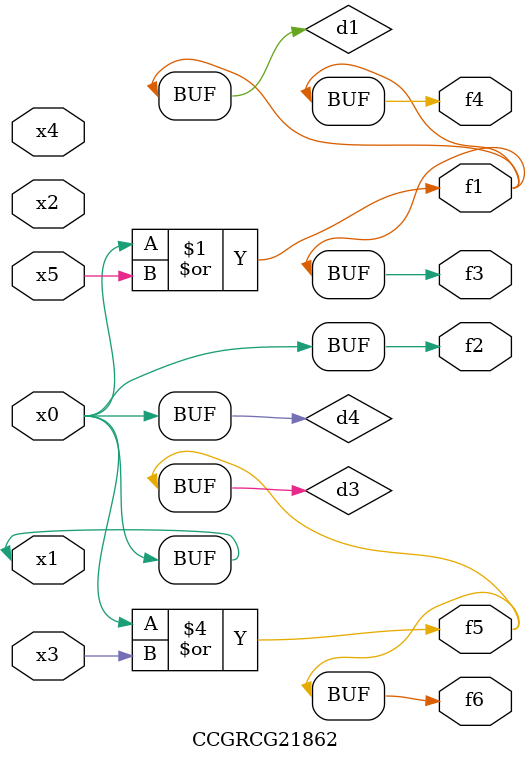
<source format=v>
module CCGRCG21862(
	input x0, x1, x2, x3, x4, x5,
	output f1, f2, f3, f4, f5, f6
);

	wire d1, d2, d3, d4;

	or (d1, x0, x5);
	xnor (d2, x1, x4);
	or (d3, x0, x3);
	buf (d4, x0, x1);
	assign f1 = d1;
	assign f2 = d4;
	assign f3 = d1;
	assign f4 = d1;
	assign f5 = d3;
	assign f6 = d3;
endmodule

</source>
